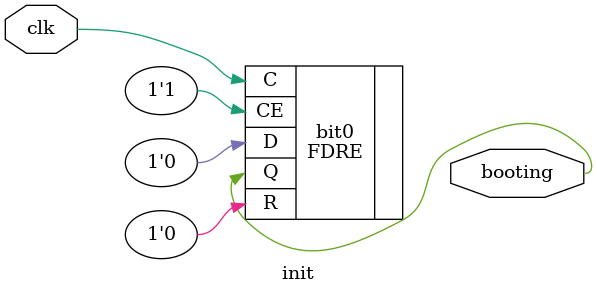
<source format=v>
`timescale 1ns / 1ps


module init(
    input clk,
    output booting
    );
    FDRE #(.INIT(1'b1) ) bit0 (.C(clk), .R(1'b0), .CE(1'b1), .D(1'b0), .Q(booting));    
endmodule

</source>
